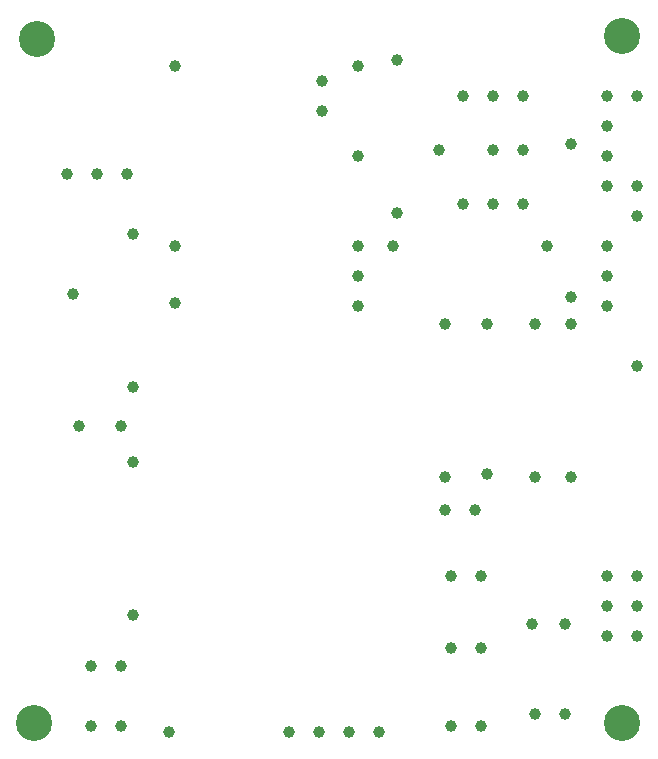
<source format=gbr>
G04 Generated by Ultiboard *
%FSLAX25Y25*%
%MOIN*%

%ADD10C,0.12000*%
%ADD11C,0.03937*%


G04 ColorRGB 000000 for the following layer *
%LNDrill-Copper Top-Copper Bottom*%
%LPD*%
%FSLAX25Y25*%
%MOIN*%
G54D10*
X189000Y107000D03*
X190000Y335000D03*
X385000Y107000D03*
X385000Y336000D03*
G54D11*
X356000Y110000D03*
X355000Y140000D03*
X218000Y206000D03*
X204220Y206000D03*
X234000Y104000D03*
X284000Y104000D03*
X274000Y104000D03*
X294000Y104000D03*
X304000Y104000D03*
X236000Y247000D03*
X236000Y266000D03*
X236000Y326000D03*
X297000Y256000D03*
X297000Y246000D03*
X285000Y311000D03*
X297000Y266000D03*
X297000Y296000D03*
X285000Y321000D03*
X297000Y326000D03*
X202000Y250000D03*
X222000Y218819D03*
X222000Y270000D03*
X208000Y126000D03*
X218000Y126000D03*
X218000Y106000D03*
X208000Y106000D03*
X222000Y142819D03*
X222000Y194000D03*
X220000Y290000D03*
X210000Y290000D03*
X200000Y290000D03*
X380000Y256000D03*
X380000Y156000D03*
X380000Y136000D03*
X380000Y146000D03*
X380000Y246000D03*
X390000Y156000D03*
X390000Y136000D03*
X390000Y146000D03*
X390000Y226000D03*
X380000Y316000D03*
X380000Y286000D03*
X380000Y266000D03*
X380000Y296000D03*
X380000Y306000D03*
X390000Y316000D03*
X390000Y286000D03*
X390000Y276000D03*
X368000Y248819D03*
X368000Y300000D03*
X366000Y110000D03*
X366000Y140000D03*
X328000Y132000D03*
X338000Y132000D03*
X328000Y106000D03*
X338000Y106000D03*
X326000Y178000D03*
X336000Y178000D03*
X326000Y188819D03*
X326000Y240000D03*
X340000Y190000D03*
X340000Y240000D03*
X356000Y188819D03*
X356000Y240000D03*
X368000Y188819D03*
X368000Y240000D03*
X328000Y156000D03*
X338000Y156000D03*
X308819Y266000D03*
X360000Y266000D03*
X310000Y276819D03*
X310000Y328000D03*
X352000Y316000D03*
X332000Y316000D03*
X342000Y316000D03*
X342000Y298000D03*
X352000Y298000D03*
X342000Y280000D03*
X332000Y280000D03*
X352000Y280000D03*
X324000Y298000D03*

M00*

</source>
